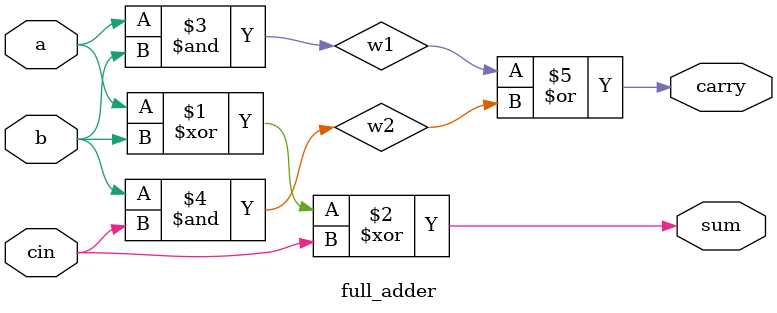
<source format=v>
module full_adder(input a,b,cin,output sum,carry);
  wire w1,w2;
  xor x1(sum,a,b,cin);
  and a1(w1,a,b);
  and a2(w2,b,cin);
  
  or o1(carry,w1,w2);
endmodule

</source>
